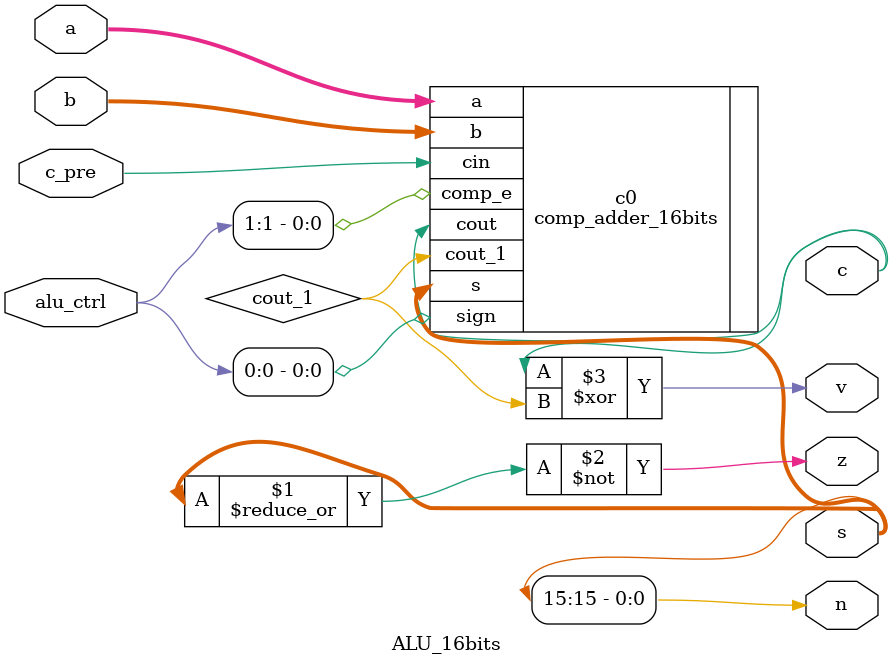
<source format=v>
`timescale 1ns / 1ps
module ALU_16bits(
input [15:0] a, b,
input [1:0] alu_ctrl,
input c_pre,
output [15:0] s,
output z, c, n, v);

wire cout_1;

comp_adder_16bits c0(.a(a), .b(b), .cin(c_pre),
.sign(alu_ctrl[0]), .comp_e(alu_ctrl[1]),
.s(s), .cout(c), .cout_1(cout_1));

assign n = s[15],
       z = ~(|s),
		 v = c^cout_1;

endmodule

</source>
